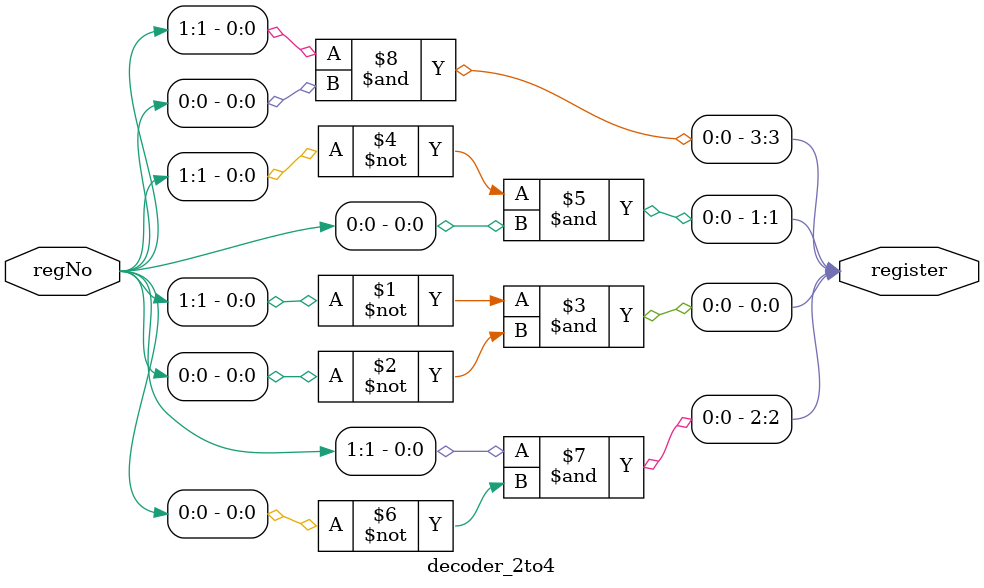
<source format=v>
    module decoder_2to4(
        output [3:0] register,
        input [1:0] regNo);

        assign register[0] = (~regNo[1] & ~regNo[0]), register[1] = (~regNo[1] & regNo[0]), register[2] = (regNo[1] & ~regNo[0]), register[3] = (regNo[1] & regNo[0]); 
        
    endmodule

</source>
